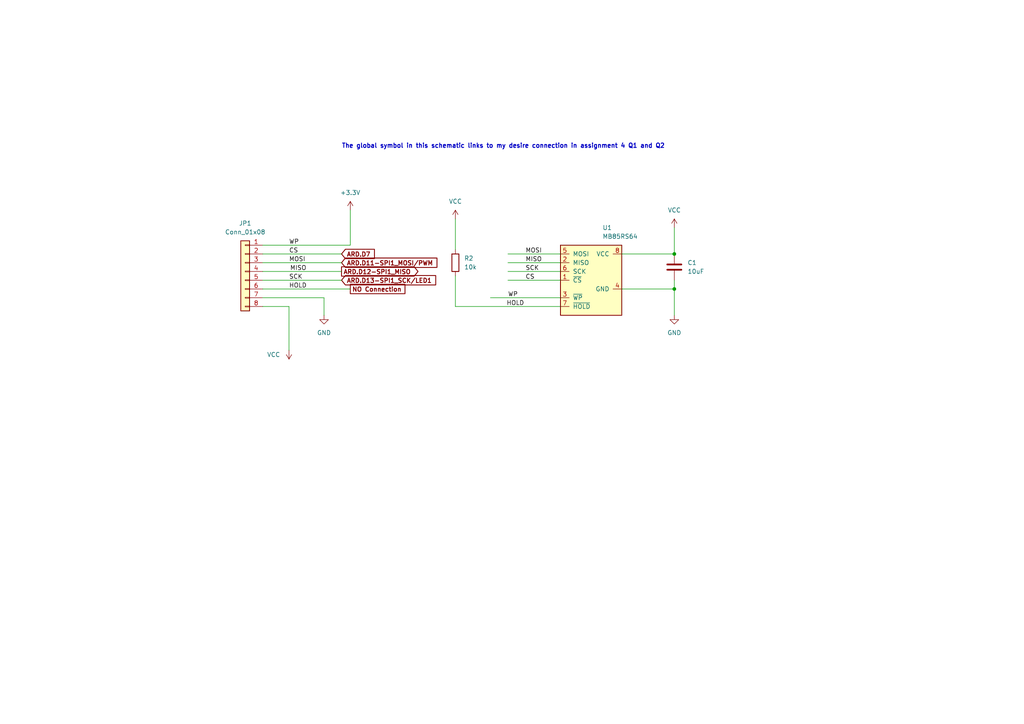
<source format=kicad_sch>
(kicad_sch (version 20211123) (generator eeschema)
  (paper "A4")
  (lib_symbols
    (symbol "Connector_Generic:Conn_01x08" (pin_names (offset 1.016) hide)
      (property "Reference" "J" (at 0 10.16 0))
      (property "Value" "Conn_01x08" (at 0 -12.7 0))
      (symbol "Conn_01x08_1_1"
        (rectangle (start -1.27 -10.033) (end 0 -10.287) (stroke (width 0.1524)))
        (rectangle (start -1.27 -7.493) (end 0 -7.747) (stroke (width 0.1524)))
        (rectangle (start -1.27 -4.953) (end 0 -5.207) (stroke (width 0.1524)))
        (rectangle (start -1.27 -2.413) (end 0 -2.667) (stroke (width 0.1524)))
        (rectangle (start -1.27 0.127) (end 0 -0.127) (stroke (width 0.1524)))
        (rectangle (start -1.27 2.667) (end 0 2.413) (stroke (width 0.1524)))
        (rectangle (start -1.27 5.207) (end 0 4.953) (stroke (width 0.1524)))
        (rectangle (start -1.27 7.747) (end 0 7.493) (stroke (width 0.1524)))
        (rectangle (start -1.27 8.89) (end 1.27 -11.43) (stroke (width 0.254)) (fill (type background)))
        (pin passive line (at -5.08 7.62 0) (length 3.81) (name "Pin_1") (number "1"))
        (pin passive line (at -5.08 5.08 0) (length 3.81) (name "Pin_2") (number "2"))
        (pin passive line (at -5.08 2.54 0) (length 3.81) (name "Pin_3") (number "3"))
        (pin passive line (at -5.08 0 0) (length 3.81) (name "Pin_4") (number "4"))
        (pin passive line (at -5.08 -2.54 0) (length 3.81) (name "Pin_5") (number "5"))
        (pin passive line (at -5.08 -5.08 0) (length 3.81) (name "Pin_6") (number "6"))
        (pin passive line (at -5.08 -7.62 0) (length 3.81) (name "Pin_7") (number "7"))
        (pin passive line (at -5.08 -10.16 0) (length 3.81) (name "Pin_8") (number "8"))
      )
    )
    (symbol "Device:C" (pin_numbers hide) (pin_names (offset 0.254))
      (property "Reference" "C" (at 0.635 2.54 0))
      (property "Value" "C" (at 0.635 -2.54 0))
      (symbol "C_0_1"
        (polyline (pts (xy -2.032 -0.762) (xy 2.032 -0.762)) (stroke (width 0.508)))
        (polyline (pts (xy -2.032 0.762) (xy 2.032 0.762)) (stroke (width 0.508)))
      )
      (symbol "C_1_1"
        (pin passive line (at 0 3.81 270) (length 2.794) (name "~") (number "1"))
        (pin passive line (at 0 -3.81 90) (length 2.794) (name "~") (number "2"))
      )
    )
    (symbol "Device:R" (pin_numbers hide) (pin_names (offset 0))
      (property "Reference" "R" (at 2.032 0 90))
      (property "Value" "R" (at 0 0 90))
      (symbol "R_0_1"
        (rectangle (start -1.016 -2.54) (end 1.016 2.54) (stroke (width 0.254)))
      )
      (symbol "R_1_1"
        (pin passive line (at 0 3.81 270) (length 1.27) (name "~") (number "1"))
        (pin passive line (at 0 -3.81 90) (length 1.27) (name "~") (number "2"))
      )
    )
    (symbol "Memory_NVRAM:MB85RS64" (pin_names (offset 1.016))
      (property "Reference" "U1" (at 2.0194 10.16 0))
      (property "Value" "MB85RS64" (at 2.0194 7.62 0))
      (symbol "MB85RS64_0_1"
        (rectangle (start -10.16 5.08) (end 7.62 -15.24) (stroke (width 0.254)) (fill (type background)))
      )
      (symbol "MB85RS64_1_1"
        (pin input line (at -10.16 -5.08 0) (length 2.54) (name "~{CS}") (number "1"))
        (pin output line (at -10.16 0 0) (length 2.54) (name "MISO") (number "2"))
        (pin input line (at -10.16 -10.16 0) (length 2.54) (name "~{WP}") (number "3"))
        (pin power_in line (at 7.62 -7.62 180) (length 2.54) (name "GND") (number "4"))
        (pin input line (at -10.16 2.54 0) (length 2.54) (name "MOSI") (number "5"))
        (pin input line (at -10.16 -2.54 0) (length 2.54) (name "SCK") (number "6"))
        (pin input line (at -10.16 -12.7 0) (length 2.54) (name "~{HOLD}") (number "7"))
        (pin power_in line (at 7.62 2.54 180) (length 2.54) (name "VCC") (number "8"))
      )
    )
    (symbol "power:+3.3V" (power) (pin_names (offset 0))
      (property "Value" "+3.3V" (at 0 3.556 0))
      (symbol "+3.3V_0_1"
        (polyline (pts (xy -0.762 1.27) (xy 0 2.54)))
        (polyline (pts (xy 0 0) (xy 0 2.54)))
        (polyline (pts (xy 0 2.54) (xy 0.762 1.27)))
      )
      (symbol "+3.3V_1_1"
        (pin power_in line (at 0 0 90) (length 0) hide (name "+3.3V") (number "1"))
      )
    )
    (symbol "power:GND" (power) (pin_names (offset 0))
      (property "Value" "GND" (at 0 -3.81 0))
      (symbol "GND_0_1"
        (polyline (pts (xy 0 0) (xy 0 -1.27) (xy 1.27 -1.27) (xy 0 -2.54) (xy -1.27 -1.27) (xy 0 -1.27)))
      )
      (symbol "GND_1_1"
        (pin power_in line (at 0 0 270) (length 0) hide (name "GND") (number "1"))
      )
    )
    (symbol "power:VCC" (power) (pin_names (offset 0))
      (property "Value" "VCC" (at 0 3.81 0))
      (symbol "VCC_0_1"
        (polyline (pts (xy -0.762 1.27) (xy 0 2.54)))
        (polyline (pts (xy 0 0) (xy 0 2.54)))
        (polyline (pts (xy 0 2.54) (xy 0.762 1.27)))
      )
      (symbol "VCC_1_1"
        (pin power_in line (at 0 0 90) (length 0) hide (name "VCC") (number "1"))
      )
    )
  )
  (junction (at 195.58 83.82))
  (junction (at 195.58 73.66))
  (wire (pts (xy 142.24 86.36) (xy 162.56 86.36)))
  (wire (pts (xy 195.58 66.04) (xy 195.58 73.66)))
  (wire (pts (xy 76.2 83.82) (xy 101.6 83.82)))
  (wire (pts (xy 76.2 86.36) (xy 93.98 86.36)))
  (wire (pts (xy 101.6 71.12) (xy 101.6 60.96)))
  (wire (pts (xy 147.32 81.28) (xy 162.56 81.28)))
  (wire (pts (xy 93.98 86.36) (xy 93.98 91.44)))
  (wire (pts (xy 83.82 88.9) (xy 83.82 101.6)))
  (wire (pts (xy 132.08 63.5) (xy 132.08 72.39)))
  (wire (pts (xy 76.2 76.2) (xy 99.06 76.2)))
  (wire (pts (xy 76.2 81.28) (xy 99.06 81.28)))
  (wire (pts (xy 76.2 73.66) (xy 99.06 73.66)))
  (wire (pts (xy 180.34 73.66) (xy 195.58 73.66)))
  (wire (pts (xy 180.34 83.82) (xy 195.58 83.82)))
  (wire (pts (xy 76.2 88.9) (xy 83.82 88.9)))
  (wire (pts (xy 147.32 78.74) (xy 162.56 78.74)))
  (wire (pts (xy 76.2 78.74) (xy 99.06 78.74)))
  (wire (pts (xy 76.2 71.12) (xy 101.6 71.12)))
  (wire (pts (xy 132.08 80.01) (xy 132.08 88.9)))
  (wire (pts (xy 162.56 88.9) (xy 132.08 88.9)))
  (wire (pts (xy 147.32 76.2) (xy 162.56 76.2)))
  (wire (pts (xy 147.32 73.66) (xy 162.56 73.66)))
  (wire (pts (xy 195.58 83.82) (xy 195.58 81.28)))
  (wire (pts (xy 195.58 91.44) (xy 195.58 83.82)))
  (text "The global symbol in this schematic links to my desire connection in assignment 4 Q1 and Q2" (at 99.06 43.18 0) (effects (font (size 1.27 1.27) bold) (justify left bottom)))
  (label "WP" (at 147.32 86.36 0))
  (label "HOLD" (at 83.82 83.82 0))
  (label "MOSI" (at 152.4 73.66 0))
  (label "CS" (at 152.4 81.28 0))
  (label "WP" (at 83.82 71.12 0))
  (label "MOSI" (at 83.82 76.2 0))
  (label "MISO" (at 152.4 76.2 0))
  (label "SCK" (at 83.82 81.28 0))
  (label "SCK" (at 152.4 78.74 0))
  (label "MISO" (at 84.1015 78.74 0))
  (label "CS" (at 83.82 73.66 0))
  (label "HOLD" (at 146.8909 88.9 0))
  (global_label "ARD.D7" (shape input) (at 99.06 73.66 0) (effects (font (thickness 0.254) bold)) (property "Intersheet References" "${INTERSHEET_REFS}" (effects hide)))
  (global_label "ARD.D13-SPI1_SCK{slash}LED1" (shape input) (at 99.06 81.28 0) (effects (font bold)) (property "Intersheet References" "${INTERSHEET_REFS}" (effects hide)))
  (global_label "ARD.D11-SPI1_MOSI{slash}PWM" (shape input) (at 99.06 76.2 0) (effects (font (thickness 0.254) bold)) (property "Intersheet References" "${INTERSHEET_REFS}" (effects hide)))
  (global_label "NO Connection" (shape passive) (at 101.6 83.82 0) (effects (font (thickness 0.254) bold)) (property "Intersheet References" "${INTERSHEET_REFS}" (effects hide)))
  (global_label "ARD.D12-SPI1_MISO" (shape output) (at 99.06 78.74 0) (effects (font (thickness 0.254) bold)) (property "Intersheet References" "${INTERSHEET_REFS}" (effects hide)))
  (symbol (lib_id "power:+3.3V") (at 101.6 60.96 0) (unit 1)
    (property "Reference" "#PWR?" (effects hide))
    (property "Value" "+3.3V" (at 101.6 55.88 0))
  )
  (symbol (lib_id "power:GND") (at 93.98 91.44 0) (unit 1)
    (property "Reference" "#PWR?" (effects hide))
    (property "Value" "GND" (at 93.98 96.52 0))
  )
  (symbol (lib_id "power:VCC") (at 83.82 101.6 0) (mirror x) (unit 1)
    (property "Reference" "#PWR?" (effects hide))
    (property "Value" "VCC" (at 81.28 102.8699 0) (effects (justify right)))
  )
  (symbol (lib_id "power:GND") (at 195.58 91.44 0) (unit 1)
    (property "Reference" "#PWR?" (effects hide))
    (property "Value" "GND" (at 195.58 96.52 0))
  )
  (symbol (lib_id "Device:R") (at 132.08 76.2 0) (unit 1)
    (property "Reference" "R2" (at 134.62 74.9299 0) (effects (justify left)))
    (property "Value" "10k" (at 134.62 77.4699 0) (effects (justify left)))
  )
  (symbol (lib_id "Device:C") (at 195.58 77.47 0) (unit 1)
    (property "Reference" "C1" (at 199.39 76.1999 0) (effects (justify left)))
    (property "Value" "10uF" (at 199.39 78.7399 0) (effects (justify left)))
  )
  (symbol (lib_id "power:VCC") (at 195.58 66.04 0) (unit 1)
    (property "Reference" "#PWR?" (effects hide))
    (property "Value" "VCC" (at 195.58 60.96 0))
  )
  (symbol (lib_id "Memory_NVRAM:MB85RS64") (at 172.72 76.2 0) (unit 1)
    (property "Reference" "U1" (at 174.7394 66.04 0) (effects (justify left)))
    (property "Value" "MB85RS64" (at 174.7394 68.58 0) (effects (justify left)))
    (property "Datasheet" "http://www.fujitsu.com/downloads/MICRO/fme/fram/datasheet-MB85RS64.pdf" (effects hide))
  )
  (symbol (lib_id "Connector_Generic:Conn_01x08") (at 71.12 78.74 0) (mirror y) (unit 1)
    (property "Reference" "JP1" (at 71.12 64.77 0))
    (property "Value" "Conn_01x08" (at 71.12 67.31 0))
  )
  (symbol (lib_id "power:VCC") (at 132.08 63.5 0) (unit 1)
    (property "Reference" "#PWR?" (effects hide))
    (property "Value" "VCC" (at 132.08 58.42 0))
  )
)
</source>
